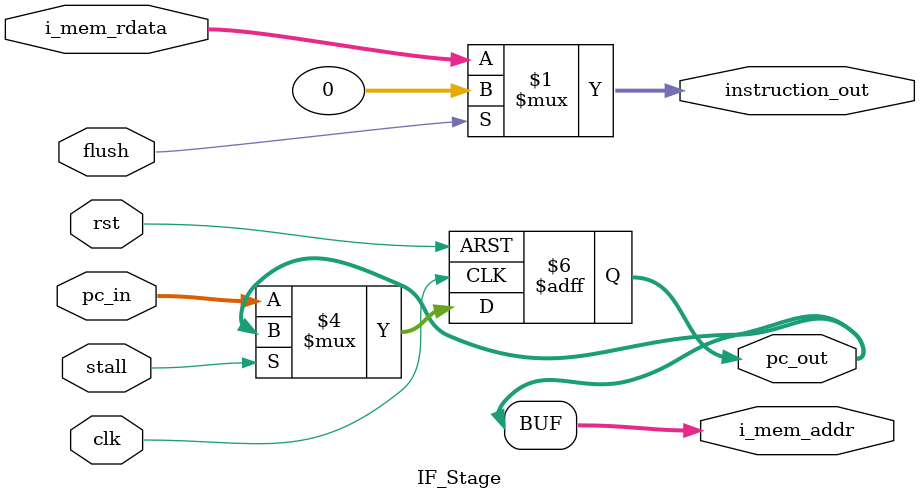
<source format=sv>
`timescale 1ns/1ps

module IF_Stage
(
    input  logic        clk,
    input  logic        rst,
    input  logic        stall,
    input  logic        flush,

    // --- PC Interface ---
    input  logic [31:0] pc_in,
    output logic [31:0] pc_out,
    
    // -- External Mem Interface ---
    input  logic [31:0] i_mem_rdata,
    output logic [31:0] i_mem_addr,

    // --- Pipeline Output ---
    output logic [31:0] instruction_out
);

//----------------------------------------------------------------------------------------------------
// Module Logic
//----------------------------------------------------------------------------------------------------
assign instruction_out = (flush) ? 32'b0 : i_mem_rdata;
assign i_mem_addr = pc_out;

always_ff @(posedge clk or posedge rst) begin
    if(rst) pc_out <= 32'h00400000;
    else if(!stall) pc_out <= pc_in;
end


endmodule
</source>
